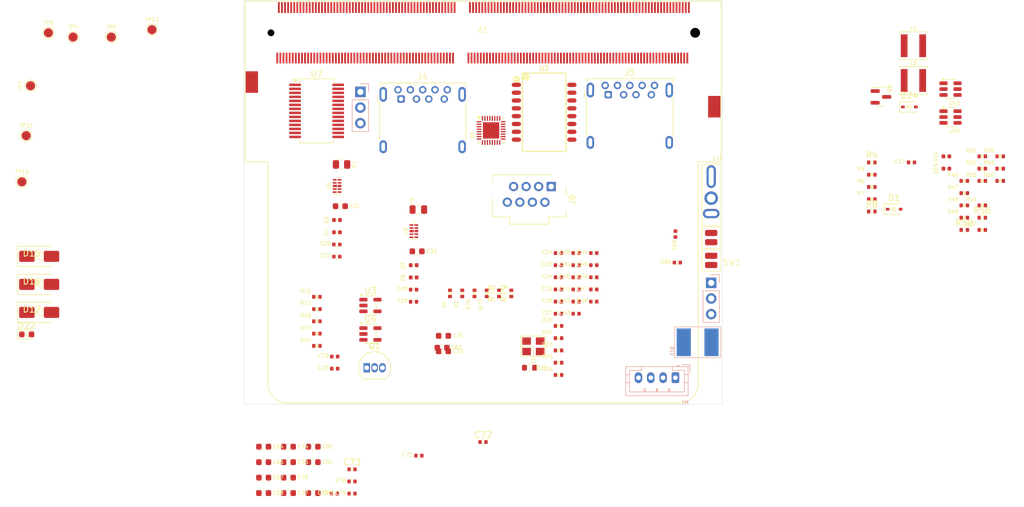
<source format=kicad_pcb>
(kicad_pcb (version 20241229) (generator "pcbnew") (generator_version "9.0")
  (layers (0 "F.Cu" signal) (4 "In1.Cu" power "In1.GND") (6 "In2.Cu" power "In2.PWR") (2 "B.Cu" signal) (13 "F.Paste" user) (15 "B.Paste" user) (5 "F.SilkS" user "F.Silkscreen") (7 "B.SilkS" user "B.Silkscreen") (1 "F.Mask" user) (3 "B.Mask" user) (25 "Edge.Cuts" user))
  (net 0 "")
  (net 4 "GND")
  (net 11 "VDC")
  (net 16 "Net-(A1-TCP1_HPD)")
  (net 19 "/LattePanda Module/REFCLK4+")
  (net 21 "/LattePanda Module/FAN_1_TAC")
  (net 23 "/LattePanda Module/~{PLT_RST}")
  (net 27 "/LattePanda Module/HSIO_0_RX+")
  (net 32 "Net-(A1-SIO_UART_RX)")
  (net 39 "/LattePanda Module/REFCLK4-")
  (net 49 "/LattePanda Module/FAN_1_PWM")
  (net 50 "Net-(A1-SIO_UART_TX)")
  (net 53 "/LattePanda Module/HSIO_6_RX+")
  (net 58 "/LattePanda Module/HSIO_6_TX+")
  (net 68 "/LattePanda Module/HSIO_1_RX+")
  (net 70 "+BATT")
  (net 71 "/LattePanda Module/USB_2_P2-")
  (net 72 "/LattePanda Module/SOC_UART0_TX")
  (net 82 "Net-(A1-~{CLKREQ4})")
  (net 85 "/LattePanda Module/HSIO_6_TX-")
  (net 89 "/LattePanda Module/USB_2_P2+")
  (net 91 "/LattePanda Module/SLS_S3")
  (net 95 "/LattePanda Module/HSIO_1_TX-")
  (net 105 "/LattePanda Module/HSIO_1_TX+")
  (net 110 "/LattePanda Module/USB_2_P1+")
  (net 113 "Net-(A1-~{BIOS_SEL})")
  (net 119 "/LattePanda Module/USB_2_P1-")
  (net 131 "/LattePanda Module/HSIO_0_RX-")
  (net 134 "/LattePanda Module/SOC_UART0_RX")
  (net 136 "/LattePanda Module/USB_2_P5+")
  (net 141 "Net-(A1-~{CLKREQ3})")
  (net 145 "/LattePanda Module/~{PWR_LED}{slash}~{PSON}")
  (net 146 "/LattePanda Module/HSIO_1_RX-")
  (net 154 "/LattePanda Module/HSIO_6_RX-")
  (net 157 "/LattePanda Module/HSIO_0_TX-")
  (net 159 "/LattePanda Module/HSIO_0_TX+")
  (net 166 "/LattePanda Module/~{RST_SW}")
  (net 168 "Net-(A1-TCP0_HPD)")
  (net 170 "/LattePanda Module/~{PWR_SW}")
  (net 184 "/LattePanda Module/USB_2_P5-")
  (net 187 "Net-(BT1-+)")
  (net 188 "Net-(U7-3V3OUT)")
  (net 189 "+3V3")
  (net 190 "+5V")
  (net 191 "Net-(C24-Pad2)")
  (net 192 "Net-(J4-SSTX-)")
  (net 193 "+12V")
  (net 194 "Net-(D21-A2)")
  (net 195 "Net-(D25-A2)")
  (net 196 "Net-(U15-BOOST)")
  (net 197 "Net-(U15-SW)")
  (net 198 "Net-(U16-BOOST)")
  (net 199 "Net-(U16-SW)")
  (net 200 "Net-(U15-FB)")
  (net 201 "Net-(U16-FB)")
  (net 202 "Net-(D22-K)")
  (net 203 "Net-(D22-A)")
  (net 204 "Net-(J4-SSTX+)")
  (net 205 "VPullup")
  (net 206 "Net-(J5-SSTX-)")
  (net 207 "Net-(J5-SSTX+)")
  (net 208 "/电源/PWR_EN")
  (net 209 "Net-(Q8-G)")
  (net 210 "+1V0")
  (net 211 "/千兆网/HSI-")
  (net 212 "Net-(D1-A)")
  (net 213 "Net-(M1-PWM)")
  (net 214 "/千兆网/HSO-")
  (net 215 "/千兆网/HSI+")
  (net 216 "/千兆网/HSO+")
  (net 217 "Net-(U6-CKXTAL2)")
  (net 218 "Net-(U6-CKXTAL1)")
  (net 219 "Net-(C48-Pad1)")
  (net 220 "Net-(J4-VBUS)")
  (net 221 "Net-(J5-VBUS)")
  (net 222 "Net-(J3-Pin_1)")
  (net 223 "/千兆网/MDIP1")
  (net 224 "/usb转ttl3.3vUART/TX")
  (net 225 "/千兆网/MDIN0")
  (net 226 "/usb转ttl3.3vUART/RX")
  (net 227 "/千兆网/MDIN1")
  (net 228 "/千兆网/MDIP0")
  (net 229 "Net-(Q1-B)")
  (net 230 "Net-(Q1-C)")
  (net 231 "Net-(U6-ISOLATEB)")
  (net 232 "Net-(U6-LANWAKEB)")
  (net 233 "Net-(U6-RSET)")
  (net 234 "Net-(R25-Pad1)")
  (net 235 "Net-(R26-Pad1)")
  (net 236 "Net-(U6-MDIN0)")
  (net 239 "Net-(U6-MDIP1)")
  (net 241 "Net-(U6-MDIN1)")
  (net 243 "Net-(U6-MDIP0)")
  (footprint "A_HDJ_Library:R_0402_1005Metric" (layer "F.Cu") (at 93.13 72.81 90)
    (property "Reference" "R1")
    (property "Value" "1K/1%")
  )
  (footprint "A_HDJ_Library:C_0402_1005Metric" (layer "F.Cu") (at 116.46 68.23)
    (property "Reference" "C45")
    (property "Value" "100nF/50V")
  )
  (footprint "A_HDJ_Library:R_0402_1005Metric" (layer "F.Cu") (at 97.11 72.81 90)
    (property "Reference" "R76")
    (property "Value" "100K/1%")
  )
  (footprint "A_HDJ_Library:C_0402_1005Metric" (layer "F.Cu") (at 116.46 66.26)
    (property "Reference" "C44")
    (property "Value" "10uF/10V")
  )
  (footprint "A_HDJ_Library:C_0402_1005Metric" (layer "F.Cu") (at 74.78 64.87)
    (property "Reference" "C26")
    (property "Value" "100nF/50V")
  )
  (footprint "A_HDJ_Library:R_0402_1005Metric" (layer "F.Cu") (at 176.555 58.525)
    (property "Reference" "R48")
    (property "Value" "100R/1%")
  )
  (footprint "A_HDJ_Library:TestPoint_Pad_D1.5mm" (layer "F.Cu") (at 38.2 31.2)
    (property "Reference" "TP6")
    (property "Value" "TestPoint")
  )
  (footprint "A_HDJ_Library:C_0402_1005Metric" (layer "F.Cu") (at 113.59 68.23)
    (property "Reference" "C39")
    (property "Value" "100nF/50V")
  )
  (footprint "Package_TO_SOT_SMD:SOT-23-5" (layer "F.Cu") (at 80.23 79.4)
    (property "Reference" "U4")
    (property "Value" "SN74LVC1G126DBV")
  )
  (footprint "A_HDJ_Library:QFN-32-1EP_4x4mm_P0.4mm_EP2.65x2.65mm" (layer "F.Cu") (at 99.8 46.35)
    (property "Reference" "U6")
    (property "Value" "RTL8111H-CG-RH")
  )
  (footprint "A_HDJ_Library:D_0402_1005Metric" (layer "F.Cu") (at 173.645 50.565)
    (property "Reference" "D21")
    (property "Value" "ESD5V0B03")
  )
  (footprint "A_HDJ_Library:C_0402_1005Metric" (layer "F.Cu") (at 113.59 70.2)
    (property "Reference" "C40")
    (property "Value" "100nF/50V")
  )
  (footprint "A_HDJ_Library:TestPoint_Pad_D1.5mm" (layer "F.Cu") (at 24.4 47.2)
    (property "Reference" "TP11")
    (property "Value" "TestPoint")
  )
  (footprint "A_HDJ_Library:C_0402_1005Metric" (layer "F.Cu") (at 88.09 99.145)
    (property "Reference" "C71")
    (property "Value" "100nF/50V")
  )
  (footprint "A_HDJ_Library:C_0603_1608Metric" (layer "F.Cu") (at 66.925 102.72)
    (property "Reference" "C76")
    (property "Value" "22uF/10V")
  )
  (footprint "A_HDJ_Library:C_0402_1005Metric" (layer "F.Cu") (at 77.245 105.31)
    (property "Reference" "C79")
    (property "Value" "100nF/50V")
  )
  (footprint "A_HDJ_Library:R_0402_1005Metric" (layer "F.Cu") (at 71.55 81.33)
    (property "Reference" "R24")
    (property "Value" "10K/1%")
  )
  (footprint "A_HDJ_Library:D_0402_1005Metric" (layer "F.Cu") (at 173.645 52.555)
    (property "Reference" "D25")
    (property "Value" "ESD5V0B03")
  )
  (footprint "A_HDJ_Library:SW_Push_6x6x6" (layer "F.Cu") (at 136 65.5)
    (property "Reference" "SW2" (hide yes))
    (property "Value" "SW_Push")
  )
  (footprint "A_HDJ_Library:R_0402_1005Metric" (layer "F.Cu") (at 161.555 53.545)
    (property "Reference" "R5")
    (property "Value" "4.7K/1%")
  )
  (footprint "A_HDJ_Library:R_0402_1005Metric" (layer "F.Cu") (at 71.55 73.37)
    (property "Reference" "R16")
    (property "Value" "10K/1%")
  )
  (footprint "A_HDJ_Library:Fuse_0805_2012Metric" (layer "F.Cu") (at 88 59.2)
    (property "Reference" "F5")
    (property "Value" "6V/2A")
  )
  (footprint "A_HDJ_Library:R_0402_1005Metric" (layer "F.Cu") (at 95.12 72.81 90)
    (property "Reference" "R2")
    (property "Value" "10K/1%")
  )
  (footprint "A_HDJ_Library:D_0402_1005Metric" (layer "F.Cu") (at 87.25 68.23)
    (property "Reference" "D5")
    (property "Value" "ESD5V0B03")
  )
  (footprint "A_HDJ_Library:C_0603_1608Metric" (layer "F.Cu") (at 87.8 65.98)
    (property "Reference" "C32")
    (property "Value" "22uF/10V")
  )
  (footprint "A_HDJ_Library:TestPoint_Pad_D1.5mm" (layer "F.Cu") (at 44.8 30)
    (property "Reference" "TP13")
    (property "Value" "TestPoint")
  )
  (footprint "A_HDJ_Library:C_0603_1608Metric" (layer "F.Cu") (at 70.935 100.21)
    (property "Reference" "C81")
    (property "Value" "22uF/10V")
  )
  (footprint "A_HDJ_Library:C_0402_1005Metric" (layer "F.Cu") (at 130 67.8)
    (property "Reference" "C66")
    (property "Value" "1uF/16V")
  )
  (footprint "A_HDJ_Library:R_0402_1005Metric" (layer "F.Cu") (at 176.555 54.545)
    (property "Reference" "R46")
    (property "Value" "100R/1%")
  )
  (footprint "A_HDJ_Library:R_0402_1005Metric" (layer "F.Cu") (at 71.55 77.35)
    (property "Reference" "R18")
    (property "Value" "10K/1%")
  )
  (footprint "A_HDJ_Library:C_0402_1005Metric" (layer "F.Cu") (at 74.375 105.31)
    (property "Reference" "C70")
    (property "Value" "100nF/50V")
  )
  (footprint "A_HDJ_Library:R_0402_1005Metric" (layer "F.Cu") (at 110.74 78.09)
    (property "Reference" "R20")
    (property "Value" "10K/1%")
  )
  (footprint "A_HDJ_Library:C_0603_1608Metric" (layer "F.Cu") (at 66.925 97.7)
    (property "Reference" "C74")
    (property "Value" "22uF/10V")
  )
  (footprint "Capacitor_SMD:C_0402_1005Metric" (layer "F.Cu") (at 77.245 101.37)
    (property "Reference" "C73")
    (property "Value" "12pF/50V")
  )
  (footprint "A_HDJ_Library:C_0402_1005Metric" (layer "F.Cu") (at 113.59 74.14)
    (property "Reference" "C42")
    (property "Value" "100nF/50V")
  )
  (footprint "A_HDJ_Library:C_0402_1005Metric" (layer "F.Cu") (at 110.72 72.17)
    (property "Reference" "C35")
    (property "Value" "100nF/50V")
  )
  (footprint "Connector_USB:USB3_A_Molex_48393-001" (layer "F.Cu") (at 118.8 40.55)
    (property "Reference" "J5")
    (property "Value" "USB3_A")
  )
  (footprint "A_HDJ_Library:C_0402_1005Metric" (layer "F.Cu") (at 113.59 66.26)
    (property "Reference" "C38")
    (property "Value" "100nF/50V")
  )
  (footprint "Package_TO_SOT_THT:TO-92_Inline" (layer "F.Cu") (at 79.64 84.88)
    (property "Reference" "Q1")
    (property "Value" "2N3906")
  )
  (footprint "A_HDJ_Library:C_0603_1608Metric" (layer "F.Cu") (at 62.915 105.23)
    (property "Reference" "C68")
    (property "Value" "22uF/10V")
  )
  (footprint "Resistor_SMD:R_0402_1005Metric" (layer "F.Cu") (at 176.555 62.505)
    (property "Reference" "R50")
    (property "Value" "10K/1%")
  )
  (footprint "A_HDJ_Library:R_0402_1005Metric" (layer "F.Cu") (at 182.375 50.565)
    (property "Reference" "R58")
    (property "Value" "10K/1%")
  )
  (footprint "A_HDJ_Library:C_0402_1005Metric" (layer "F.Cu") (at 110.72 70.2)
    (property "Reference" "C34")
    (property "Value" "100nF/50V")
  )
  (footprint "A_HDJ_Library:R_0402_1005Metric" (layer "F.Cu") (at 179.465 62.505)
    (property "Reference" "R57")
    (property "Value" "75K/1%")
  )
  (footprint "A_HDJ_Library:C_0603_1608Metric" (layer "F.Cu") (at 75.35 58.65)
    (property "Reference" "C31")
    (property "Value" "22uF/10V")
  )
  (footprint "A_HDJ_Library:C_0603_1608Metric" (layer "F.Cu") (at 66.925 100.21)
    (property "Reference" "C75")
    (property "Value" "22uF/10V")
  )
  (footprint "Connector_RJ:RJ45_Plug_Metz_AJP92A8813" (layer "F.Cu") (at 109.546 55.465 -90)
    (property "Reference" "J6")
    (property "Value" "RJ45")
  )
  (footprint "A_HDJ_Library:R_0402_1005Metric" (layer "F.Cu") (at 179.465 58.525)
    (property "Reference" "R55")
    (property "Value" "100R/1%")
  )
  (footprint "A_HDJ_Library:TSOT-23-6" (layer "F.Cu") (at 174.315 44.175)
    (property "Reference" "U16")
    (property "Value" "SY8253ADC")
  )
  (footprint "Resistor_SMD:R_0402_1005Metric" (layer "F.Cu") (at 161.555 51.555)
    (property "Reference" "R4")
    (property "Value" "4.7K/1%")
  )
  (footprint "A_HDJ_Library:R_0402_1005Metric" (layer "F.Cu") (at 176.555 60.515)
    (property "Reference" "R49")
    (property "Value" "10K/1%")
  )
  (footprint "Connector_USB:USB3_A_Molex_48393-001" (layer "F.Cu") (at 85.2 41.25)
    (property "Reference" "J4")
    (property "Value" "USB3_A")
  )
  (footprint "A_HDJ_Library:C_0603_1608Metric" (layer "F.Cu") (at 66.925 105.23)
    (property "Reference" "C77")
    (property "Value" "22uF/10V")
  )
  (footprint "A_HDJ_Library:C_0603_1608Metric" (layer "F.Cu") (at 70.935 97.7)
    (property "Reference" "C80")
    (property "Value" "22uF/10V")
  )
  (footprint "Resistor_SMD:R_0402_1005Metric" (layer "F.Cu") (at 179.465 60.515)
    (property "Reference" "R56")
    (property "Value" "10K/1%")
  )
  (footprint "Capacitor_SMD:C_0402_1005Metric" (layer "F.Cu") (at 98.49 96.945)
    (property "Reference" "C72")
    (property "Value" "12pF/50V")
  )
  (footprint "A_HDJ_Library:R_0805_2012Metric" (layer "F.Cu") (at 75.55 51.87)
    (property "Reference" "F4")
    (property "Value" "6V/2A")
  )
  (footprint "A_HDJ_Library:C_0402_1005Metric" (layer "F.Cu") (at 87.23 74.17)
    (property "Reference" "C29")
    (property "Value" "100nF/50V")
  )
  (footprint "A_HDJ_Library:C_0402_1005Metric" (layer "F.Cu") (at 74.78 66.84)
    (property "Reference" "C27")
    (property "Value" "100nF/50V")
  )
  (footprint "A_HDJ_Library:D_SMA" (layer "F.Cu") (at 26.5 66.8)
    (property "Reference" "D15")
    (property "Value" "SS54")
  )
  (footprint "A_HDJ_Library:C_0603_1608Metric" (layer "F.Cu") (at 62.915 102.72)
    (property "Reference" "C67")
    (property "Value" "22uF/10V")
  )
  (footprint "A_HDJ_Library:C_0402_1005Metric" (layer "F.Cu") (at 113.59 72.17)
    (property "Reference" "C41")
    (property "Value" "100nF/50V")
  )
  (footprint "A_HDJ_Library:C_0603_1608Metric" (layer "F.Cu") (at 70.935 105.23)
    (property "Reference" "C83")
    (property "Value" "22uF/10V")
  )
  (footprint "A_HDJ_Library:C_0402_1005Metric" (layer "F.Cu") (at 77.245 103.34)
    (property "Reference" "C78")
    (property "Value" "100nF/50V")
  )
  (footprint "A_HDJ_Library:C_0402_1005Metric" (layer "F.Cu") (at 129.7 63.18 90)
    (property "Reference" "C69")
    (property "Value" "1uF/16V")
  )
  (footprint "A_HDJ_Library:C_0402_1005Metric" (layer "F.Cu") (at 116.46 70.2)
    (property "Reference" "C46")
    (property "Value" "12pF/50V")
  )
  (footprint "A_HDJ_Library:C_0603_1608Metric" (layer "F.Cu") (at 62.915 97.7)
    (property "Reference" "C64")
    (property "Value" "22uF/10V")
  )
  (footprint "A_HDJ_Library:R_0402_1005Metric" (layer "F.Cu") (at 110.74 86.05)
    (property "Reference" "R26")
    (property "Value" "75/1%")
  )
  (footprint "A_HDJ_Library:C_0603_1608Metric" (layer "F.Cu") (at 92.075 82.21)
    (property "Reference" "C22")
    (property "Value" "100nF")
  )
  (footprint "A_HDJ_Library:D_0402_1005Metric" (layer "F.Cu") (at 74.8 60.9)
    (property "Reference" "D3")
    (property "Value" "ESD5V0B03")
  )
  (footprint "A_HDJ_Library:TestPoint_Pad_D1.5mm" (layer "F.Cu") (at 28 30.5)
    (property "Reference" "TP5")
    (property "Value" "TestPoint")
  )
  (footprint "A_HDJ_Library:R_0402_1005Metric" (layer "F.Cu") (at 161.555 57.525)
    (property "Reference" "R7")
    (property "Value" "100R/1%")
  )
  (footprint "A_HDJ_Library:C_0402_1005Metric" (layer "F.Cu") (at 74.44 85.03)
    (property "Reference" "C20")
    (property "Value" "1uF/16V")
  )
  (footprint "A_HDJ_Library:L_Sunlord_SWPA4020S" (layer "F.Cu") (at 168.3 32.6)
    (property "Reference" "L1")
    (property "Value" "2.2uH/4.3A")
  )
  (footprint "A_HDJ_Library:R_0402_1005Metric" (layer "F.Cu") (at 110.74 84.06)
    (property "Reference" "R25")
    (property "Value" "75/1%")
  )
  (footprint "A_HDJ_Library:C_0402_1005Metric" (layer "F.Cu") (at 110.72 76.11)
    (property "Reference" "C37")
    (property "Value" "100nF/50V")
  )
  (footprint "Package_SO:SSOP-28_5.3x10.2mm_P0.65mm" (layer "F.Cu") (at 71.5 43.175)
    (property "Reference" "U7")
    (property "Value" "FT232RL")
  )
  (footprint "A_HDJ_Library:DC_Jack_DC007B_30V_10A" (layer "F.Cu") (at 136 47.35)
    (property "Reference" "J17")
    (property "Value" "Barrel_Jack_Switch")
  )
  (footprint "A_HDJ_Library:R_0402_1005Metric" (layer "F.Cu") (at 176.555 56.535)
    (property "Reference" "R47")
    (property "Value" "1K/1%")
  )
  (footprint "A_HDJ_Library:C_0603_1608Metric" (layer "F.Cu") (at 92.075 79.7)
    (property "Reference" "C21")
    (property "Value" "100nF")
  )
  (footprint "Module_LattePanda:LattePanda_Module_H8.0mm_Horizontal" (layer "F.Cu") (at 98.5 30.5)
    (property "Reference" "A1")
    (property "Value" "LattePanda_Mu")
  )
  (footprint "Resistor_SMD:R_0402_1005Metric" (layer "F.Cu") (at 161.555 59.515)
    (property "Reference" "R8")
    (property "Value" "21.5K/1%")
  )
  (footprint "A_HDJ_Library:Diodes_UDFN-10_1.0x2.5mm_P0.5mm" (layer "F.Cu") (at 87.27 62.7)
    (property "Reference" "U9")
    (property "Value" "ULC0524P")
  )
  (footprint "A_HDJ_Library:SW_Push_6x6x6" (layer "F.Cu") (at 136 69.2)
    (property "Reference" "SW1")
    (property "Value" "SW_Push")
  )
  (footprint "A_HDJ_Library:TSOT-23-6" (layer "F.Cu") (at 174.315 39.64)
    (property "Reference" "U15")
    (property "Value" "SY8253ADC")
  )
  (footprint "A_HDJ_Library:Diodes_UDFN-10_1.0x2.5mm_P0.5mm" (layer "F.Cu") (at 74.82 55.37)
    (property "Reference" "U5")
    (property "Value" "ULC0524P")
  )
  (footprint "A_HDJ_Library:Crystal_SMD_3225-4Pin_3.2x2.5mm" (layer "F.Cu") (at 106.66 81.4)
    (property "Reference" "Y1")
    (property "Value" "25MHz")
  )
  (footprint "A_HDJ_Library:R_0402_1005Metric" (layer "F.Cu") (at 110.74 82.07)
    (property "Reference" "R23")
    (property "Value" "1M/1%")
  )
  (footprint "A_HDJ_Library:C_0402_1005Metric" (layer "F.Cu") (at 110.72 66.26)
    (property "Reference" "C24")
    (property "Value" "1000pF/2kV")
  )
  (footprint "A_HDJ_Library:R_0402_1005Metric" (layer "F.Cu") (at 71.55 75.36)
    (property "Reference" "R17")
    (property "Value" "10K/1%")
  )
  (footprint "A_HDJ_Library:SOT-23" (layer "F.Cu") (at 163.03 40.905)
    (property "Reference" "Q8")
    (property "Value" "2N7002")
  )
  (footprint "A_HDJ_Library:R_0402_1005Metric" (layer "F.Cu") (at 99.1 72.81 90)
    (property "Reference" "R77")
    (property "Value" "100K/1%")
  )
  (footprint "A_HDJ_Library:R_0402_1005Metric" (layer "F.Cu") (at 161.555 55.535)
    (property "Reference" "R6")
    (property "Value" "21.5K/1%")
  )
  (footprint "A_HDJ_Library:R_0402_1005Metric" (layer "F.Cu") (at 71.55 79.34)
    (property "Reference" "R19")
    (property "Value" "20K/1%")
  )
  (footprint "A_HDJ_Library:C_0402_1005Metric" (layer "F.Cu") (at 167.995 51.545)
    (property "Reference" "C17")
    (property "Value" "100nF/50V")
  )
  (footprint "Resistor_SMD:R_0402_1005Metric" (layer "F.Cu") (at 101.09 72.81 90)
    (property "Reference" "R78")
    (property "Value" "10K/1%")
  )
  (footprint "SOP:SOP-16_12.7x7.1-E1.27" (layer "F.Cu") (at 108.4 43.4)
    (property "Reference" "U2")
    (property "Value" "H1601-A" (hide yes))
  )
  (footprint "A_HDJ_Library:D_SOD-323" (layer "F.Cu") (at 167.645 42.535)
    (property "Reference" "D24")
    (property "Value" "3V3 Izt=5mA")
  )
  (footprint "A_HDJ_Library:C_0402_1005Metric" (layer "F.Cu") (at 110.72 68.23)
    (property "Reference" "C33")
    (property "Value" "100nF/50V")
  )
  (footprint "A_HDJ_Library:C_0402_1005Metric" (layer "F.Cu") (at 116.46 72.17)
    (property "Reference" "C47")
    (property "Value" "12pF/50V")
  )
  (footprint "A_HDJ_Library:R_0402_1005Metric" (layer "F.Cu") (at 179.465 52.555)
    (property "Reference" "R52")
    (property "Value" "2.2K/1%")
  )
  (footprint "A_HDJ_Library:R_0603_1608Metric" (layer "F.Cu") (at 106.04 84.88)
    (property "Reference" "R22")
    (property "Value" "2.49K/1%")
  )
  (footprint "A_HDJ_Library:TestPoint_Pad_D1.5mm" (layer "F.Cu") (at 25.1 39.1 90)
    (property "Reference" "TP7")
    (property "Value" "TestPoint")
  )
  (footprint "A_HDJ_Library:L_Sunlord_SWPA4020S" (layer "F.Cu") (at 168.3 38.24)
    (property "Reference" "L2")
    (property "Value" "2.2uH/4.3A")
  )
  (footprint "A_HDJ_Library:D_SOD-323" (layer "F.Cu") (at 165.18 59.135)
    (property "Reference" "D1")
    (property "Value" "1N5819WS")
  )
  (footprint "A_HDJ_Library:D_0402_1005Metric" (layer "F.Cu") (at 74.8 62.89)
    (property "Reference" "D4")
    (property "Value" "ESD5V0B03")
  )
  (footprint "A_HDJ_Library:C_0603_1608Metric" (layer "F.Cu") (at 91.85 81.63)
    (property "Reference" "C82")
    (property "Value" "22uF/10V")
  )
  (footprint "Package_TO_SOT_SMD:SOT-23-5" (layer "F.Cu") (at 80.23 74.775)
    (property "Reference" "U3")
    (property "Value" "SN74LVC1G125DBV")
  )
  (footprint "A_HDJ_Library:R_0402_1005Metric" (layer "F.Cu") (at 110.74 80.08)
    (property "Reference" "R21")
    (property "Value" "10K/1%")
  )
  (footprint "A_HDJ_Library:D_0402_1005Metric" (layer "F.Cu") (at 87.25 70.22)
    (property "Reference" "D6")
    (property "Value" "ESD5V0B03")
  )
  (footprint "A_HDJ_Library:C_0402_1005Metric" (layer "F.Cu") (at 110.72 74.14)
    (property "Reference" "C36")
    (property "Value" "100nF/50V")
  )
  (footprint "A_HDJ_Library:C_0402_1005Metric" (layer "F.Cu") (at 113.59 76.11)
    (property "Reference" "C43")
    (property "Value" "100nF/50V")
  )
  (footprint "A_HDJ_Library:LED_0603_1608Metric" (layer "F.Cu") (at 24.475 79.47)
    (property "Reference" "D22")
    (property "Value" "LED_G")
  )
  (footprint "A_HDJ_Library:TestPoint_Pad_D1.5mm" (layer "F.Cu") (at 23.7 54.7)
    (property "Reference" "TP12")
    (property "Value" "TestPoint")
  )
  (footprint "A_HDJ_Library:D_SMA" (layer "F.Cu") (at 26.5 75.9)
    (property "Reference" "D17")
    (property "Value" "SS54")
  )
  (footprint "A_HDJ_Library:R_0402_1005Metric" (layer "F.Cu") (at 179.465 54.545)
    (property "Reference" "R53")
    (property "Value" "2.2K/1%")
  )
  (footprint "A_HDJ_Library:C_0603_1608Metric" (layer "F.Cu") (at 62.915 100.21)
    (property "Reference" "C65")
    (property "Value" "22uF/10V")
  )
  (footprint "A_HDJ_Library:R_0402_1005Metric" (layer "F.Cu") (at 182.375 54.545)
    (property "Reference" "R60")
    (property "Value" "4.7K/1%")
  )
  (footprint "A_HDJ_Library:TestPoint_Pad_D1.5mm" (layer "F.Cu") (at 32 31.2)
    (property "Reference" "TP4")
    (property "Value" "TestPoint")
  )
  (footprint "A_HDJ_Library:R_0402_1005Metric" (layer "F.Cu") (at 182.375 52.555)
    (property "Reference" "R59")
    (property "Value" "21.5K/1%")
  )
  (footprint "A_HDJ_Library:R_0402_1005Metric" (layer "F.Cu") (at 179.465 50.565)
    (property "Reference" "R51")
    (property "Value" "100K/1%")
  )
  (footprint "A_HDJ_Library:C_0402_1005Metric" (layer "F.Cu") (at 74.44 83.06)
    (property "Reference" "C19")
    (property "Value" "1uF/16V")
  )
  (footprint "Resistor_SMD:R_0402_1005Metric" (layer "F.Cu") (at 103.08 72.81 90)
    (property "Reference" "R79")
    (property "Value" "10K/1%")
  )
  (footprint "A_HDJ_Library:D_SMA" (layer "F.Cu") (at 26.5 71.35)
    (property "Reference" "D16")
    (property "Value" "SS54")
  )
  (footprint "A_HDJ_Library:C_0402_1005Metric" (layer "F.Cu") (at 87.23 72.2)
    (property "Reference" "C28")
    (property "Value" "100nF/50V")
  )
  (footprint "A_HDJ_Library:C_0402_1005Metric" (layer "F.Cu") (at 116.46 74.14)
    (property "Reference" "C48")
    (property "Value" "100nF/50V")
  )
  (footprint "A_HDJ_Library:PinHeader_1x03_P2.54mm_Vertical" (layer "B.Cu") (at 78.6 40.1 180)
    (property "Reference" "J3" (hide yes))
    (property "Value" "Conn_01x03")
  )
  (footprint "A_HDJ_Library:Battery_Holder_CR1220_S8411-45R" (layer "B.Cu") (at 133.55 77.75 180)
    (property "Reference" "BT1")
    (property "Value" "Battery_Cell" (hide yes))
  )
  (footprint "A_HDJ_Library:JST_PH_B4B-PH-K_1x04_P2.00mm_Vertical" (layer "B.Cu") (at 129.7 86.5 180)
    (property "Reference" "M1")
    (property "Value" "Fan_4pin")
  )
  (footprint "A_HDJ_Library:PinHeader_1x03_P2.54mm_Vertical" (layer "B.Cu") (at 135.5 71.1 180)
    (property "Reference" "J1" (hide yes))
    (property "Value" "Conn_01x03_Pin")
  )
  (gr_rect (start 59.7 25.2) (end 137.3 90.8) (stroke (width 0.05)) (fill no) (layer "Edge.Cuts"))
)
</source>
